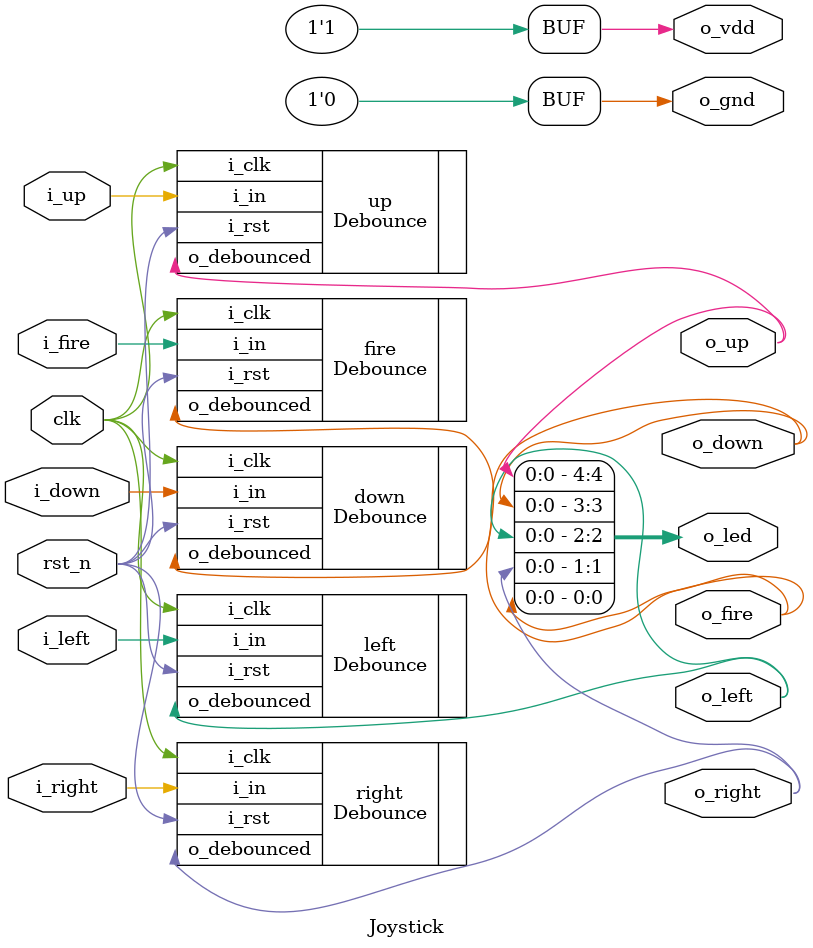
<source format=v>
module Joystick (
	input clk, 
	input rst_n,

	input i_up,
	input i_down,
	input i_left,
	input i_right,
	input i_fire, 

	output o_vdd,
	output o_gnd,
	output o_up,
	output o_down,
	output o_left,
	output o_right,
	output o_fire,
	output [4:0] o_led
);
assign o_vdd = 1'b1;
assign o_gnd = 1'b0;
assign o_led = {o_up, o_down, o_left, o_right, o_fire};

Debounce up   (.i_in(i_up)   , .i_clk(clk), .i_rst(rst_n), .o_debounced(o_up   ));
Debounce down (.i_in(i_down) , .i_clk(clk), .i_rst(rst_n), .o_debounced(o_down ));
Debounce left (.i_in(i_left) , .i_clk(clk), .i_rst(rst_n), .o_debounced(o_left ));
Debounce right(.i_in(i_right), .i_clk(clk), .i_rst(rst_n), .o_debounced(o_right));
Debounce fire (.i_in(i_fire) , .i_clk(clk), .i_rst(rst_n), .o_debounced(o_fire ));

endmodule // joystick
</source>
